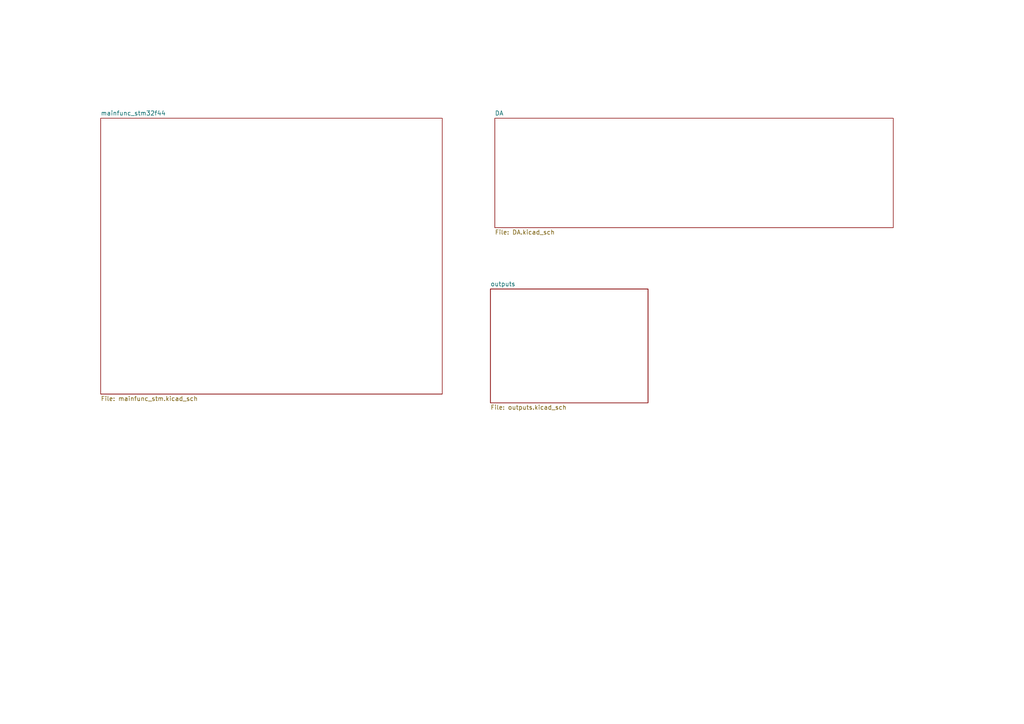
<source format=kicad_sch>
(kicad_sch (version 20211123) (generator eeschema)
  (paper "A4")
  (lib_symbols)
  (sheet (at 142.24 83.82) (size 45.72 33.02) (stroke (width 0.1524))
    (property "Sheet name" "outputs" (at 142.24 83.1084 0) (effects (justify left bottom)))
    (property "Sheet file" "outputs.kicad_sch" (at 142.24 117.4246 0) (effects (justify left top)))
  )
  (sheet (at 143.51 34.29) (size 115.57 31.75) (stroke (width 0.1524))
    (property "Sheet name" "DA" (at 143.51 33.5784 0) (effects (justify left bottom)))
    (property "Sheet file" "DA.kicad_sch" (at 143.51 66.6246 0) (effects (justify left top)))
  )
  (sheet (at 29.21 34.29) (size 99.06 80.01) (stroke (width 0.1524))
    (property "Sheet name" "mainfunc_stm32f44" (at 29.21 33.5784 0) (effects (justify left bottom)))
    (property "Sheet file" "mainfunc_stm.kicad_sch" (at 29.21 114.8846 0) (effects (justify left top)))
  )
)
</source>
